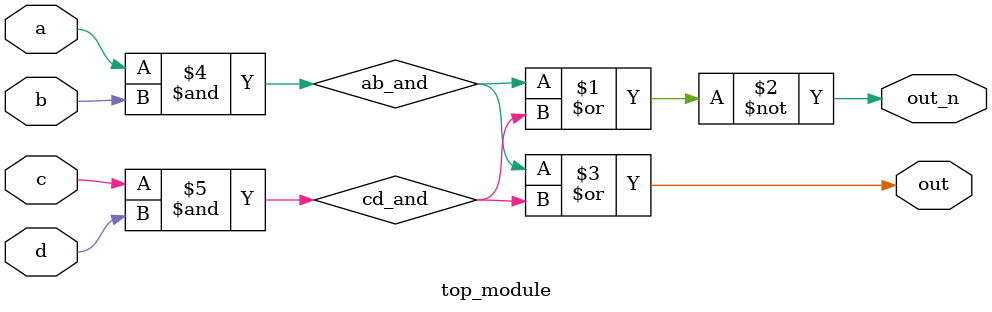
<source format=v>
module top_module(
    input a,
    input b,
    input c,
    input d,
    output out,
    output out_n   
); 
// 请用户在下方编辑代码
wire ab_and, cd_and;

assign out_n = ~(ab_and | cd_and);
assign out = ab_and | cd_and;
assign ab_and = a & b;
assign cd_and = c & d;
//用户编辑到此为止
endmodule

</source>
